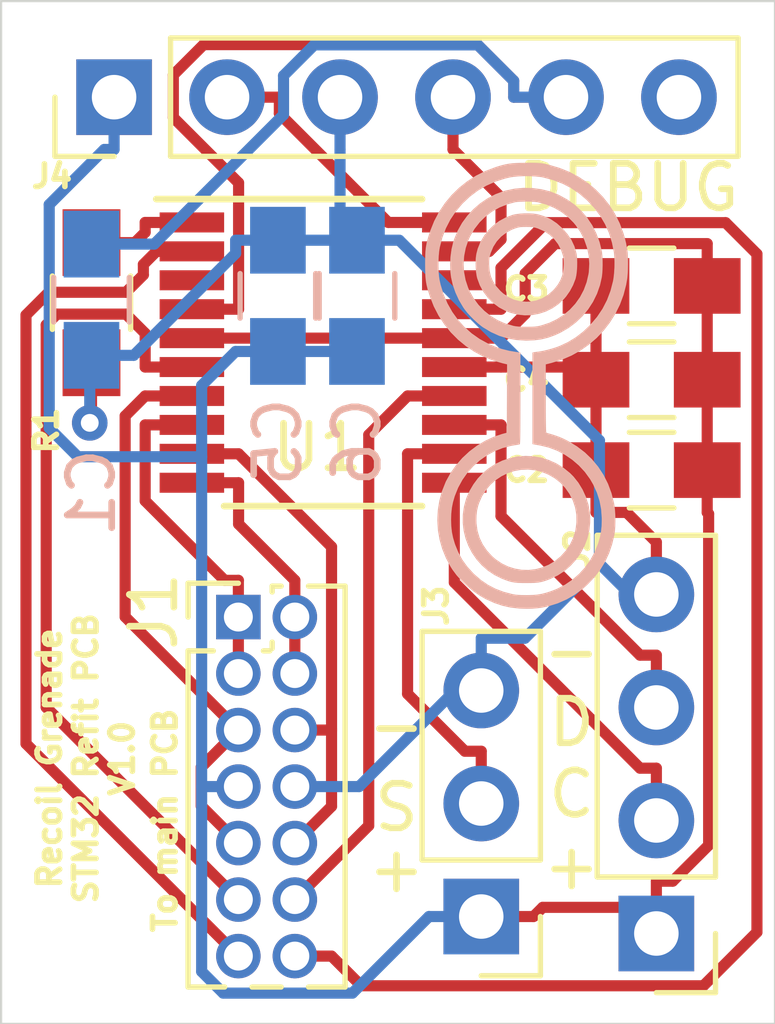
<source format=kicad_pcb>
(kicad_pcb (version 20171130) (host pcbnew "(6.0.0-rc1-dev-1538-g72c885797)")

  (general
    (thickness 1.6)
    (drawings 9)
    (tracks 170)
    (zones 0)
    (modules 13)
    (nets 20)
  )

  (page A4)
  (layers
    (0 F.Cu signal)
    (31 B.Cu signal)
    (32 B.Adhes user)
    (33 F.Adhes user)
    (34 B.Paste user)
    (35 F.Paste user)
    (36 B.SilkS user)
    (37 F.SilkS user)
    (38 B.Mask user)
    (39 F.Mask user)
    (40 Dwgs.User user hide)
    (41 Cmts.User user hide)
    (42 Eco1.User user hide)
    (43 Eco2.User user hide)
    (44 Edge.Cuts user)
    (45 Margin user)
    (46 B.CrtYd user hide)
    (47 F.CrtYd user hide)
    (48 B.Fab user hide)
    (49 F.Fab user hide)
  )

  (setup
    (last_trace_width 0.25)
    (trace_clearance 0.2)
    (zone_clearance 0.508)
    (zone_45_only no)
    (trace_min 0.2)
    (via_size 0.8)
    (via_drill 0.4)
    (via_min_size 0.4)
    (via_min_drill 0.3)
    (uvia_size 0.3)
    (uvia_drill 0.1)
    (uvias_allowed no)
    (uvia_min_size 0.2)
    (uvia_min_drill 0.1)
    (edge_width 0.05)
    (segment_width 0.2)
    (pcb_text_width 0.3)
    (pcb_text_size 1.5 1.5)
    (mod_edge_width 0.12)
    (mod_text_size 1 1)
    (mod_text_width 0.15)
    (pad_size 1.524 1.524)
    (pad_drill 0.762)
    (pad_to_mask_clearance 0.051)
    (solder_mask_min_width 0.25)
    (aux_axis_origin 0 0)
    (visible_elements FFFFFF7F)
    (pcbplotparams
      (layerselection 0x010fc_ffffffff)
      (usegerberextensions false)
      (usegerberattributes false)
      (usegerberadvancedattributes false)
      (creategerberjobfile false)
      (excludeedgelayer true)
      (linewidth 0.100000)
      (plotframeref false)
      (viasonmask false)
      (mode 1)
      (useauxorigin false)
      (hpglpennumber 1)
      (hpglpenspeed 20)
      (hpglpendiameter 15.000000)
      (psnegative false)
      (psa4output false)
      (plotreference true)
      (plotvalue true)
      (plotinvisibletext false)
      (padsonsilk false)
      (subtractmaskfromsilk false)
      (outputformat 1)
      (mirror false)
      (drillshape 1)
      (scaleselection 1)
      (outputdirectory ""))
  )

  (net 0 "")
  (net 1 -BATT)
  (net 2 /NRST)
  (net 3 +VSW)
  (net 4 /PWR_EN)
  (net 5 /BTN_IN)
  (net 6 /PWR_LED)
  (net 7 /IR_MOD_OUT)
  (net 8 /SPI_SCK)
  (net 9 /SPI_MOSI)
  (net 10 /IR_IN)
  (net 11 /SWCLK)
  (net 12 /SWDIO)
  (net 13 /PA10)
  (net 14 "Net-(R1-Pad2)")
  (net 15 /LED1_2_EN)
  (net 16 /LED3_4_EN)
  (net 17 /LED6_8_EN)
  (net 18 /LED5_7_EN)
  (net 19 /PA0)

  (net_class Default "This is the default net class."
    (clearance 0.2)
    (trace_width 0.25)
    (via_dia 0.8)
    (via_drill 0.4)
    (uvia_dia 0.3)
    (uvia_drill 0.1)
    (add_net +VSW)
    (add_net -BATT)
    (add_net /BTN_IN)
    (add_net /IR_IN)
    (add_net /IR_MOD_OUT)
    (add_net /LED1_2_EN)
    (add_net /LED3_4_EN)
    (add_net /LED5_7_EN)
    (add_net /LED6_8_EN)
    (add_net /NRST)
    (add_net /PA0)
    (add_net /PA10)
    (add_net /PWR_EN)
    (add_net /PWR_LED)
    (add_net /SPI_MOSI)
    (add_net /SPI_SCK)
    (add_net /SWCLK)
    (add_net /SWDIO)
    (add_net "Net-(R1-Pad2)")
  )

  (module Pin_Headers:Pin_Header_Straight_2x07_Pitch1.27mm (layer F.Cu) (tedit 59650536) (tstamp 5CCB902F)
    (at 83.439 61.595)
    (descr "Through hole straight pin header, 2x07, 1.27mm pitch, double rows")
    (tags "Through hole pin header THT 2x07 1.27mm double row")
    (path /5CCF6246)
    (fp_text reference J1 (at -1.905 -0.127 90) (layer F.SilkS)
      (effects (font (size 1 1) (thickness 0.15)))
    )
    (fp_text value ORIG_MCU_PINOUT (at 0.635 9.315) (layer F.Fab)
      (effects (font (size 1 1) (thickness 0.15)))
    )
    (fp_line (start -0.2175 -0.635) (end 2.34 -0.635) (layer F.Fab) (width 0.1))
    (fp_line (start 2.34 -0.635) (end 2.34 8.255) (layer F.Fab) (width 0.1))
    (fp_line (start 2.34 8.255) (end -1.07 8.255) (layer F.Fab) (width 0.1))
    (fp_line (start -1.07 8.255) (end -1.07 0.2175) (layer F.Fab) (width 0.1))
    (fp_line (start -1.07 0.2175) (end -0.2175 -0.635) (layer F.Fab) (width 0.1))
    (fp_line (start -1.13 8.315) (end -0.30753 8.315) (layer F.SilkS) (width 0.12))
    (fp_line (start 1.57753 8.315) (end 2.4 8.315) (layer F.SilkS) (width 0.12))
    (fp_line (start 0.30753 8.315) (end 0.96247 8.315) (layer F.SilkS) (width 0.12))
    (fp_line (start -1.13 0.76) (end -1.13 8.315) (layer F.SilkS) (width 0.12))
    (fp_line (start 2.4 -0.695) (end 2.4 8.315) (layer F.SilkS) (width 0.12))
    (fp_line (start -1.13 0.76) (end -0.563471 0.76) (layer F.SilkS) (width 0.12))
    (fp_line (start 0.563471 0.76) (end 0.706529 0.76) (layer F.SilkS) (width 0.12))
    (fp_line (start 0.76 0.706529) (end 0.76 0.563471) (layer F.SilkS) (width 0.12))
    (fp_line (start 0.76 -0.563471) (end 0.76 -0.695) (layer F.SilkS) (width 0.12))
    (fp_line (start 0.76 -0.695) (end 0.96247 -0.695) (layer F.SilkS) (width 0.12))
    (fp_line (start 1.57753 -0.695) (end 2.4 -0.695) (layer F.SilkS) (width 0.12))
    (fp_line (start -1.13 0) (end -1.13 -0.76) (layer F.SilkS) (width 0.12))
    (fp_line (start -1.13 -0.76) (end 0 -0.76) (layer F.SilkS) (width 0.12))
    (fp_line (start -1.6 -1.15) (end -1.6 8.8) (layer F.CrtYd) (width 0.05))
    (fp_line (start -1.6 8.8) (end 2.85 8.8) (layer F.CrtYd) (width 0.05))
    (fp_line (start 2.85 8.8) (end 2.85 -1.15) (layer F.CrtYd) (width 0.05))
    (fp_line (start 2.85 -1.15) (end -1.6 -1.15) (layer F.CrtYd) (width 0.05))
    (fp_text user %R (at 0.635 3.81 90) (layer F.Fab)
      (effects (font (size 1 1) (thickness 0.15)))
    )
    (pad 1 thru_hole rect (at 0 0) (size 1 1) (drill 0.65) (layers *.Cu *.Mask)
      (net 15 /LED1_2_EN))
    (pad 2 thru_hole oval (at 1.27 0) (size 1 1) (drill 0.65) (layers *.Cu *.Mask)
      (net 17 /LED6_8_EN))
    (pad 3 thru_hole oval (at 0 1.27) (size 1 1) (drill 0.65) (layers *.Cu *.Mask)
      (net 15 /LED1_2_EN))
    (pad 4 thru_hole oval (at 1.27 1.27) (size 1 1) (drill 0.65) (layers *.Cu *.Mask)
      (net 17 /LED6_8_EN))
    (pad 5 thru_hole oval (at 0 2.54) (size 1 1) (drill 0.65) (layers *.Cu *.Mask)
      (net 16 /LED3_4_EN))
    (pad 6 thru_hole oval (at 1.27 2.54) (size 1 1) (drill 0.65) (layers *.Cu *.Mask)
      (net 18 /LED5_7_EN))
    (pad 7 thru_hole oval (at 0 3.81) (size 1 1) (drill 0.65) (layers *.Cu *.Mask)
      (net 3 +VSW))
    (pad 8 thru_hole oval (at 1.27 3.81) (size 1 1) (drill 0.65) (layers *.Cu *.Mask)
      (net 1 -BATT))
    (pad 9 thru_hole oval (at 0 5.08) (size 1 1) (drill 0.65) (layers *.Cu *.Mask)
      (net 16 /LED3_4_EN))
    (pad 10 thru_hole oval (at 1.27 5.08) (size 1 1) (drill 0.65) (layers *.Cu *.Mask)
      (net 18 /LED5_7_EN))
    (pad 11 thru_hole oval (at 0 6.35) (size 1 1) (drill 0.65) (layers *.Cu *.Mask)
      (net 4 /PWR_EN))
    (pad 12 thru_hole oval (at 1.27 6.35) (size 1 1) (drill 0.65) (layers *.Cu *.Mask)
      (net 7 /IR_MOD_OUT))
    (pad 13 thru_hole oval (at 0 7.62) (size 1 1) (drill 0.65) (layers *.Cu *.Mask)
      (net 5 /BTN_IN))
    (pad 14 thru_hole oval (at 1.27 7.62) (size 1 1) (drill 0.65) (layers *.Cu *.Mask)
      (net 6 /PWR_LED))
    (model ${KISYS3DMOD}/Pin_Headers.3dshapes/Pin_Header_Straight_2x07_Pitch1.27mm.wrl
      (at (xyz 0 0 0))
      (scale (xyz 1 1 1))
      (rotate (xyz 0 0 0))
    )
  )

  (module Housings_SSOP:TSSOP-20_4.4x6.5mm_Pitch0.65mm (layer F.Cu) (tedit 54130A77) (tstamp 5CCBCDBC)
    (at 85.344 55.6514)
    (descr "20-Lead Plastic Thin Shrink Small Outline (ST)-4.4 mm Body [TSSOP] (see Microchip Packaging Specification 00000049BS.pdf)")
    (tags "SSOP 0.65")
    (path /5CCB6E94)
    (attr smd)
    (fp_text reference U1 (at -0.127 2.1336) (layer F.SilkS)
      (effects (font (size 1 1) (thickness 0.15)))
    )
    (fp_text value STM32F030F4Px (at 0 4.3) (layer F.Fab)
      (effects (font (size 1 1) (thickness 0.15)))
    )
    (fp_line (start -1.2 -3.25) (end 2.2 -3.25) (layer F.Fab) (width 0.15))
    (fp_line (start 2.2 -3.25) (end 2.2 3.25) (layer F.Fab) (width 0.15))
    (fp_line (start 2.2 3.25) (end -2.2 3.25) (layer F.Fab) (width 0.15))
    (fp_line (start -2.2 3.25) (end -2.2 -2.25) (layer F.Fab) (width 0.15))
    (fp_line (start -2.2 -2.25) (end -1.2 -3.25) (layer F.Fab) (width 0.15))
    (fp_line (start -3.95 -3.55) (end -3.95 3.55) (layer F.CrtYd) (width 0.05))
    (fp_line (start 3.95 -3.55) (end 3.95 3.55) (layer F.CrtYd) (width 0.05))
    (fp_line (start -3.95 -3.55) (end 3.95 -3.55) (layer F.CrtYd) (width 0.05))
    (fp_line (start -3.95 3.55) (end 3.95 3.55) (layer F.CrtYd) (width 0.05))
    (fp_line (start -2.225 3.45) (end 2.225 3.45) (layer F.SilkS) (width 0.15))
    (fp_line (start -3.75 -3.45) (end 2.225 -3.45) (layer F.SilkS) (width 0.15))
    (fp_text user %R (at 0 0) (layer F.Fab)
      (effects (font (size 0.8 0.8) (thickness 0.15)))
    )
    (pad 1 smd rect (at -2.95 -2.925) (size 1.45 0.45) (layers F.Cu F.Paste F.Mask)
      (net 14 "Net-(R1-Pad2)"))
    (pad 2 smd rect (at -2.95 -2.275) (size 1.45 0.45) (layers F.Cu F.Paste F.Mask)
      (net 5 /BTN_IN))
    (pad 3 smd rect (at -2.95 -1.625) (size 1.45 0.45) (layers F.Cu F.Paste F.Mask)
      (net 19 /PA0))
    (pad 4 smd rect (at -2.95 -0.975) (size 1.45 0.45) (layers F.Cu F.Paste F.Mask)
      (net 2 /NRST))
    (pad 5 smd rect (at -2.95 -0.325) (size 1.45 0.45) (layers F.Cu F.Paste F.Mask)
      (net 3 +VSW))
    (pad 6 smd rect (at -2.95 0.325) (size 1.45 0.45) (layers F.Cu F.Paste F.Mask)
      (net 4 /PWR_EN))
    (pad 7 smd rect (at -2.95 0.975) (size 1.45 0.45) (layers F.Cu F.Paste F.Mask)
      (net 16 /LED3_4_EN))
    (pad 8 smd rect (at -2.95 1.625) (size 1.45 0.45) (layers F.Cu F.Paste F.Mask)
      (net 15 /LED1_2_EN))
    (pad 9 smd rect (at -2.95 2.275) (size 1.45 0.45) (layers F.Cu F.Paste F.Mask)
      (net 18 /LED5_7_EN))
    (pad 10 smd rect (at -2.95 2.925) (size 1.45 0.45) (layers F.Cu F.Paste F.Mask)
      (net 17 /LED6_8_EN))
    (pad 11 smd rect (at 2.95 2.925) (size 1.45 0.45) (layers F.Cu F.Paste F.Mask)
      (net 8 /SPI_SCK))
    (pad 12 smd rect (at 2.95 2.275) (size 1.45 0.45) (layers F.Cu F.Paste F.Mask)
      (net 10 /IR_IN))
    (pad 13 smd rect (at 2.95 1.625) (size 1.45 0.45) (layers F.Cu F.Paste F.Mask)
      (net 9 /SPI_MOSI))
    (pad 14 smd rect (at 2.95 0.975) (size 1.45 0.45) (layers F.Cu F.Paste F.Mask)
      (net 7 /IR_MOD_OUT))
    (pad 15 smd rect (at 2.95 0.325) (size 1.45 0.45) (layers F.Cu F.Paste F.Mask)
      (net 1 -BATT))
    (pad 16 smd rect (at 2.95 -0.325) (size 1.45 0.45) (layers F.Cu F.Paste F.Mask)
      (net 3 +VSW))
    (pad 17 smd rect (at 2.95 -0.975) (size 1.45 0.45) (layers F.Cu F.Paste F.Mask)
      (net 6 /PWR_LED))
    (pad 18 smd rect (at 2.95 -1.625) (size 1.45 0.45) (layers F.Cu F.Paste F.Mask)
      (net 13 /PA10))
    (pad 19 smd rect (at 2.95 -2.275) (size 1.45 0.45) (layers F.Cu F.Paste F.Mask)
      (net 12 /SWDIO))
    (pad 20 smd rect (at 2.95 -2.925) (size 1.45 0.45) (layers F.Cu F.Paste F.Mask)
      (net 11 /SWCLK))
    (model ${KISYS3DMOD}/Housings_SSOP.3dshapes/TSSOP-20_4.4x6.5mm_Pitch0.65mm.wrl
      (at (xyz 0 0 0))
      (scale (xyz 1 1 1))
      (rotate (xyz 0 0 0))
    )
  )

  (module Resistors_SMD:R_0805_HandSoldering (layer F.Cu) (tedit 58E0A804) (tstamp 5CCBE351)
    (at 80.137 54.53 90)
    (descr "Resistor SMD 0805, hand soldering")
    (tags "resistor 0805")
    (path /5CCBF341)
    (attr smd)
    (fp_text reference R1 (at -2.874 -1.016 90) (layer F.SilkS)
      (effects (font (size 0.508 0.508) (thickness 0.127)))
    )
    (fp_text value 10k (at 0 1.75 90) (layer F.Fab)
      (effects (font (size 1 1) (thickness 0.15)))
    )
    (fp_text user %R (at 0 0 90) (layer F.Fab)
      (effects (font (size 0.5 0.5) (thickness 0.075)))
    )
    (fp_line (start -1 0.62) (end -1 -0.62) (layer F.Fab) (width 0.1))
    (fp_line (start 1 0.62) (end -1 0.62) (layer F.Fab) (width 0.1))
    (fp_line (start 1 -0.62) (end 1 0.62) (layer F.Fab) (width 0.1))
    (fp_line (start -1 -0.62) (end 1 -0.62) (layer F.Fab) (width 0.1))
    (fp_line (start 0.6 0.88) (end -0.6 0.88) (layer F.SilkS) (width 0.12))
    (fp_line (start -0.6 -0.88) (end 0.6 -0.88) (layer F.SilkS) (width 0.12))
    (fp_line (start -2.35 -0.9) (end 2.35 -0.9) (layer F.CrtYd) (width 0.05))
    (fp_line (start -2.35 -0.9) (end -2.35 0.9) (layer F.CrtYd) (width 0.05))
    (fp_line (start 2.35 0.9) (end 2.35 -0.9) (layer F.CrtYd) (width 0.05))
    (fp_line (start 2.35 0.9) (end -2.35 0.9) (layer F.CrtYd) (width 0.05))
    (pad 1 smd rect (at -1.35 0 90) (size 1.5 1.3) (layers F.Cu F.Paste F.Mask)
      (net 1 -BATT))
    (pad 2 smd rect (at 1.35 0 90) (size 1.5 1.3) (layers F.Cu F.Paste F.Mask)
      (net 14 "Net-(R1-Pad2)"))
    (model ${KISYS3DMOD}/Resistors_SMD.3dshapes/R_0805.wrl
      (at (xyz 0 0 0))
      (scale (xyz 1 1 1))
      (rotate (xyz 0 0 0))
    )
  )

  (module Pin_Headers:Pin_Header_Straight_1x06_Pitch2.54mm (layer F.Cu) (tedit 59650532) (tstamp 5CCB865C)
    (at 80.645 49.911 90)
    (descr "Through hole straight pin header, 1x06, 2.54mm pitch, single row")
    (tags "Through hole pin header THT 1x06 2.54mm single row")
    (path /5CCC6B31)
    (fp_text reference J4 (at -1.778 -1.397 180) (layer F.SilkS)
      (effects (font (size 0.508 0.508) (thickness 0.127)))
    )
    (fp_text value DEBUG (at 0 15.03 90) (layer F.Fab)
      (effects (font (size 1 1) (thickness 0.15)))
    )
    (fp_line (start -0.635 -1.27) (end 1.27 -1.27) (layer F.Fab) (width 0.1))
    (fp_line (start 1.27 -1.27) (end 1.27 13.97) (layer F.Fab) (width 0.1))
    (fp_line (start 1.27 13.97) (end -1.27 13.97) (layer F.Fab) (width 0.1))
    (fp_line (start -1.27 13.97) (end -1.27 -0.635) (layer F.Fab) (width 0.1))
    (fp_line (start -1.27 -0.635) (end -0.635 -1.27) (layer F.Fab) (width 0.1))
    (fp_line (start -1.33 14.03) (end 1.33 14.03) (layer F.SilkS) (width 0.12))
    (fp_line (start -1.33 1.27) (end -1.33 14.03) (layer F.SilkS) (width 0.12))
    (fp_line (start 1.33 1.27) (end 1.33 14.03) (layer F.SilkS) (width 0.12))
    (fp_line (start -1.33 1.27) (end 1.33 1.27) (layer F.SilkS) (width 0.12))
    (fp_line (start -1.33 0) (end -1.33 -1.33) (layer F.SilkS) (width 0.12))
    (fp_line (start -1.33 -1.33) (end 0 -1.33) (layer F.SilkS) (width 0.12))
    (fp_line (start -1.8 -1.8) (end -1.8 14.5) (layer F.CrtYd) (width 0.05))
    (fp_line (start -1.8 14.5) (end 1.8 14.5) (layer F.CrtYd) (width 0.05))
    (fp_line (start 1.8 14.5) (end 1.8 -1.8) (layer F.CrtYd) (width 0.05))
    (fp_line (start 1.8 -1.8) (end -1.8 -1.8) (layer F.CrtYd) (width 0.05))
    (fp_text user %R (at 0 6.35 180) (layer F.Fab)
      (effects (font (size 1 1) (thickness 0.15)))
    )
    (pad 1 thru_hole rect (at 0 0 90) (size 1.7 1.7) (drill 1) (layers *.Cu *.Mask)
      (net 3 +VSW))
    (pad 2 thru_hole oval (at 0 2.54 90) (size 1.7 1.7) (drill 1) (layers *.Cu *.Mask)
      (net 11 /SWCLK))
    (pad 3 thru_hole oval (at 0 5.08 90) (size 1.7 1.7) (drill 1) (layers *.Cu *.Mask)
      (net 1 -BATT))
    (pad 4 thru_hole oval (at 0 7.62 90) (size 1.7 1.7) (drill 1) (layers *.Cu *.Mask)
      (net 12 /SWDIO))
    (pad 5 thru_hole oval (at 0 10.16 90) (size 1.7 1.7) (drill 1) (layers *.Cu *.Mask)
      (net 2 /NRST))
    (pad 6 thru_hole oval (at 0 12.7 90) (size 1.7 1.7) (drill 1) (layers *.Cu *.Mask))
    (model ${KISYS3DMOD}/Pin_Headers.3dshapes/Pin_Header_Straight_1x06_Pitch2.54mm.wrl
      (at (xyz 0 0 0))
      (scale (xyz 1 1 1))
      (rotate (xyz 0 0 0))
    )
  )

  (module Pin_Headers:Pin_Header_Straight_1x03_Pitch2.54mm (layer F.Cu) (tedit 59650532) (tstamp 5CCB92F3)
    (at 88.9 68.326 180)
    (descr "Through hole straight pin header, 1x03, 2.54mm pitch, single row")
    (tags "Through hole pin header THT 1x03 2.54mm single row")
    (path /5CCC96A1)
    (fp_text reference J3 (at 1.016 6.985 270) (layer F.SilkS)
      (effects (font (size 0.508 0.508) (thickness 0.127)))
    )
    (fp_text value IR_RX (at 0 7.41 180) (layer F.Fab)
      (effects (font (size 1 1) (thickness 0.15)))
    )
    (fp_line (start -0.635 -1.27) (end 1.27 -1.27) (layer F.Fab) (width 0.1))
    (fp_line (start 1.27 -1.27) (end 1.27 6.35) (layer F.Fab) (width 0.1))
    (fp_line (start 1.27 6.35) (end -1.27 6.35) (layer F.Fab) (width 0.1))
    (fp_line (start -1.27 6.35) (end -1.27 -0.635) (layer F.Fab) (width 0.1))
    (fp_line (start -1.27 -0.635) (end -0.635 -1.27) (layer F.Fab) (width 0.1))
    (fp_line (start -1.33 6.41) (end 1.33 6.41) (layer F.SilkS) (width 0.12))
    (fp_line (start -1.33 1.27) (end -1.33 6.41) (layer F.SilkS) (width 0.12))
    (fp_line (start 1.33 1.27) (end 1.33 6.41) (layer F.SilkS) (width 0.12))
    (fp_line (start -1.33 1.27) (end 1.33 1.27) (layer F.SilkS) (width 0.12))
    (fp_line (start -1.33 0) (end -1.33 -1.33) (layer F.SilkS) (width 0.12))
    (fp_line (start -1.33 -1.33) (end 0 -1.33) (layer F.SilkS) (width 0.12))
    (fp_line (start -1.8 -1.8) (end -1.8 6.85) (layer F.CrtYd) (width 0.05))
    (fp_line (start -1.8 6.85) (end 1.8 6.85) (layer F.CrtYd) (width 0.05))
    (fp_line (start 1.8 6.85) (end 1.8 -1.8) (layer F.CrtYd) (width 0.05))
    (fp_line (start 1.8 -1.8) (end -1.8 -1.8) (layer F.CrtYd) (width 0.05))
    (fp_text user %R (at 0 2.54 270) (layer F.Fab)
      (effects (font (size 1 1) (thickness 0.15)))
    )
    (pad 1 thru_hole rect (at 0 0 180) (size 1.7 1.7) (drill 1) (layers *.Cu *.Mask)
      (net 3 +VSW))
    (pad 2 thru_hole oval (at 0 2.54 180) (size 1.7 1.7) (drill 1) (layers *.Cu *.Mask)
      (net 10 /IR_IN))
    (pad 3 thru_hole oval (at 0 5.08 180) (size 1.7 1.7) (drill 1) (layers *.Cu *.Mask)
      (net 1 -BATT))
    (model ${KISYS3DMOD}/Pin_Headers.3dshapes/Pin_Header_Straight_1x03_Pitch2.54mm.wrl
      (at (xyz 0 0 0))
      (scale (xyz 1 1 1))
      (rotate (xyz 0 0 0))
    )
  )

  (module Pin_Headers:Pin_Header_Straight_1x04_Pitch2.54mm (layer F.Cu) (tedit 59650532) (tstamp 5CCB87AD)
    (at 92.837 68.707 180)
    (descr "Through hole straight pin header, 1x04, 2.54mm pitch, single row")
    (tags "Through hole pin header THT 1x04 2.54mm single row")
    (path /5CCCA467)
    (fp_text reference J2 (at 1.778 8.636 270) (layer F.SilkS)
      (effects (font (size 0.508 0.508) (thickness 0.127)))
    )
    (fp_text value APA102 (at 0 9.95 180) (layer F.Fab)
      (effects (font (size 1 1) (thickness 0.15)))
    )
    (fp_line (start -0.635 -1.27) (end 1.27 -1.27) (layer F.Fab) (width 0.1))
    (fp_line (start 1.27 -1.27) (end 1.27 8.89) (layer F.Fab) (width 0.1))
    (fp_line (start 1.27 8.89) (end -1.27 8.89) (layer F.Fab) (width 0.1))
    (fp_line (start -1.27 8.89) (end -1.27 -0.635) (layer F.Fab) (width 0.1))
    (fp_line (start -1.27 -0.635) (end -0.635 -1.27) (layer F.Fab) (width 0.1))
    (fp_line (start -1.33 8.95) (end 1.33 8.95) (layer F.SilkS) (width 0.12))
    (fp_line (start -1.33 1.27) (end -1.33 8.95) (layer F.SilkS) (width 0.12))
    (fp_line (start 1.33 1.27) (end 1.33 8.95) (layer F.SilkS) (width 0.12))
    (fp_line (start -1.33 1.27) (end 1.33 1.27) (layer F.SilkS) (width 0.12))
    (fp_line (start -1.33 0) (end -1.33 -1.33) (layer F.SilkS) (width 0.12))
    (fp_line (start -1.33 -1.33) (end 0 -1.33) (layer F.SilkS) (width 0.12))
    (fp_line (start -1.8 -1.8) (end -1.8 9.4) (layer F.CrtYd) (width 0.05))
    (fp_line (start -1.8 9.4) (end 1.8 9.4) (layer F.CrtYd) (width 0.05))
    (fp_line (start 1.8 9.4) (end 1.8 -1.8) (layer F.CrtYd) (width 0.05))
    (fp_line (start 1.8 -1.8) (end -1.8 -1.8) (layer F.CrtYd) (width 0.05))
    (fp_text user %R (at 0 3.81 270) (layer F.Fab)
      (effects (font (size 1 1) (thickness 0.15)))
    )
    (pad 1 thru_hole rect (at 0 0 180) (size 1.7 1.7) (drill 1) (layers *.Cu *.Mask)
      (net 3 +VSW))
    (pad 2 thru_hole oval (at 0 2.54 180) (size 1.7 1.7) (drill 1) (layers *.Cu *.Mask)
      (net 8 /SPI_SCK))
    (pad 3 thru_hole oval (at 0 5.08 180) (size 1.7 1.7) (drill 1) (layers *.Cu *.Mask)
      (net 9 /SPI_MOSI))
    (pad 4 thru_hole oval (at 0 7.62 180) (size 1.7 1.7) (drill 1) (layers *.Cu *.Mask)
      (net 1 -BATT))
    (model ${KISYS3DMOD}/Pin_Headers.3dshapes/Pin_Header_Straight_1x04_Pitch2.54mm.wrl
      (at (xyz 0 0 0))
      (scale (xyz 1 1 1))
      (rotate (xyz 0 0 0))
    )
  )

  (module Capacitors_SMD:C_0805_HandSoldering (layer B.Cu) (tedit 58AA84A8) (tstamp 5CCBDB98)
    (at 86.106 54.376 270)
    (descr "Capacitor SMD 0805, hand soldering")
    (tags "capacitor 0805")
    (path /5CCBACB4)
    (attr smd)
    (fp_text reference C6 (at 3.282 0 270) (layer B.SilkS)
      (effects (font (size 1 1) (thickness 0.15)) (justify mirror))
    )
    (fp_text value 10nF (at 0 -1.75 270) (layer B.Fab)
      (effects (font (size 1 1) (thickness 0.15)) (justify mirror))
    )
    (fp_text user %R (at 0 1.75 270) (layer B.Fab)
      (effects (font (size 1 1) (thickness 0.15)) (justify mirror))
    )
    (fp_line (start -1 -0.62) (end -1 0.62) (layer B.Fab) (width 0.1))
    (fp_line (start 1 -0.62) (end -1 -0.62) (layer B.Fab) (width 0.1))
    (fp_line (start 1 0.62) (end 1 -0.62) (layer B.Fab) (width 0.1))
    (fp_line (start -1 0.62) (end 1 0.62) (layer B.Fab) (width 0.1))
    (fp_line (start 0.5 0.85) (end -0.5 0.85) (layer B.SilkS) (width 0.12))
    (fp_line (start -0.5 -0.85) (end 0.5 -0.85) (layer B.SilkS) (width 0.12))
    (fp_line (start -2.25 0.88) (end 2.25 0.88) (layer B.CrtYd) (width 0.05))
    (fp_line (start -2.25 0.88) (end -2.25 -0.87) (layer B.CrtYd) (width 0.05))
    (fp_line (start 2.25 -0.87) (end 2.25 0.88) (layer B.CrtYd) (width 0.05))
    (fp_line (start 2.25 -0.87) (end -2.25 -0.87) (layer B.CrtYd) (width 0.05))
    (pad 1 smd rect (at -1.25 0 270) (size 1.5 1.25) (layers B.Cu B.Paste B.Mask)
      (net 1 -BATT))
    (pad 2 smd rect (at 1.25 0 270) (size 1.5 1.25) (layers B.Cu B.Paste B.Mask)
      (net 3 +VSW))
    (model Capacitors_SMD.3dshapes/C_0805.wrl
      (at (xyz 0 0 0))
      (scale (xyz 1 1 1))
      (rotate (xyz 0 0 0))
    )
  )

  (module Capacitors_SMD:C_0805_HandSoldering (layer B.Cu) (tedit 58AA84A8) (tstamp 5CCBDC39)
    (at 84.328 54.376 270)
    (descr "Capacitor SMD 0805, hand soldering")
    (tags "capacitor 0805")
    (path /5CCBB00A)
    (attr smd)
    (fp_text reference C5 (at 3.282 0 270) (layer B.SilkS)
      (effects (font (size 1 1) (thickness 0.15)) (justify mirror))
    )
    (fp_text value 1uF (at 0 -1.75 270) (layer B.Fab)
      (effects (font (size 1 1) (thickness 0.15)) (justify mirror))
    )
    (fp_text user %R (at 0 1.75 270) (layer B.Fab)
      (effects (font (size 1 1) (thickness 0.15)) (justify mirror))
    )
    (fp_line (start -1 -0.62) (end -1 0.62) (layer B.Fab) (width 0.1))
    (fp_line (start 1 -0.62) (end -1 -0.62) (layer B.Fab) (width 0.1))
    (fp_line (start 1 0.62) (end 1 -0.62) (layer B.Fab) (width 0.1))
    (fp_line (start -1 0.62) (end 1 0.62) (layer B.Fab) (width 0.1))
    (fp_line (start 0.5 0.85) (end -0.5 0.85) (layer B.SilkS) (width 0.12))
    (fp_line (start -0.5 -0.85) (end 0.5 -0.85) (layer B.SilkS) (width 0.12))
    (fp_line (start -2.25 0.88) (end 2.25 0.88) (layer B.CrtYd) (width 0.05))
    (fp_line (start -2.25 0.88) (end -2.25 -0.87) (layer B.CrtYd) (width 0.05))
    (fp_line (start 2.25 -0.87) (end 2.25 0.88) (layer B.CrtYd) (width 0.05))
    (fp_line (start 2.25 -0.87) (end -2.25 -0.87) (layer B.CrtYd) (width 0.05))
    (pad 1 smd rect (at -1.25 0 270) (size 1.5 1.25) (layers B.Cu B.Paste B.Mask)
      (net 1 -BATT))
    (pad 2 smd rect (at 1.25 0 270) (size 1.5 1.25) (layers B.Cu B.Paste B.Mask)
      (net 3 +VSW))
    (model Capacitors_SMD.3dshapes/C_0805.wrl
      (at (xyz 0 0 0))
      (scale (xyz 1 1 1))
      (rotate (xyz 0 0 0))
    )
  )

  (module Capacitors_SMD:C_0805_HandSoldering (layer F.Cu) (tedit 58AA84A8) (tstamp 5CCBD948)
    (at 92.73 56.261 180)
    (descr "Capacitor SMD 0805, hand soldering")
    (tags "capacitor 0805")
    (path /5CCB99CD)
    (attr smd)
    (fp_text reference C4 (at 2.814 0 180) (layer F.SilkS)
      (effects (font (size 0.508 0.508) (thickness 0.127)))
    )
    (fp_text value 100nF (at 0 1.75 180) (layer F.Fab)
      (effects (font (size 1 1) (thickness 0.15)))
    )
    (fp_text user %R (at 0 -1.75 180) (layer F.Fab)
      (effects (font (size 1 1) (thickness 0.15)))
    )
    (fp_line (start -1 0.62) (end -1 -0.62) (layer F.Fab) (width 0.1))
    (fp_line (start 1 0.62) (end -1 0.62) (layer F.Fab) (width 0.1))
    (fp_line (start 1 -0.62) (end 1 0.62) (layer F.Fab) (width 0.1))
    (fp_line (start -1 -0.62) (end 1 -0.62) (layer F.Fab) (width 0.1))
    (fp_line (start 0.5 -0.85) (end -0.5 -0.85) (layer F.SilkS) (width 0.12))
    (fp_line (start -0.5 0.85) (end 0.5 0.85) (layer F.SilkS) (width 0.12))
    (fp_line (start -2.25 -0.88) (end 2.25 -0.88) (layer F.CrtYd) (width 0.05))
    (fp_line (start -2.25 -0.88) (end -2.25 0.87) (layer F.CrtYd) (width 0.05))
    (fp_line (start 2.25 0.87) (end 2.25 -0.88) (layer F.CrtYd) (width 0.05))
    (fp_line (start 2.25 0.87) (end -2.25 0.87) (layer F.CrtYd) (width 0.05))
    (pad 1 smd rect (at -1.25 0 180) (size 1.5 1.25) (layers F.Cu F.Paste F.Mask)
      (net 3 +VSW))
    (pad 2 smd rect (at 1.25 0 180) (size 1.5 1.25) (layers F.Cu F.Paste F.Mask)
      (net 1 -BATT))
    (model Capacitors_SMD.3dshapes/C_0805.wrl
      (at (xyz 0 0 0))
      (scale (xyz 1 1 1))
      (rotate (xyz 0 0 0))
    )
  )

  (module Capacitors_SMD:C_0805_HandSoldering (layer F.Cu) (tedit 58AA84A8) (tstamp 5CCBD918)
    (at 92.73 54.1528 180)
    (descr "Capacitor SMD 0805, hand soldering")
    (tags "capacitor 0805")
    (path /5CCBA80D)
    (attr smd)
    (fp_text reference C3 (at 2.814 -0.0762 180) (layer F.SilkS)
      (effects (font (size 0.508 0.508) (thickness 0.127)))
    )
    (fp_text value 100nF (at 0 1.75 180) (layer F.Fab)
      (effects (font (size 1 1) (thickness 0.15)))
    )
    (fp_text user %R (at 0 -1.75 180) (layer F.Fab)
      (effects (font (size 1 1) (thickness 0.15)))
    )
    (fp_line (start -1 0.62) (end -1 -0.62) (layer F.Fab) (width 0.1))
    (fp_line (start 1 0.62) (end -1 0.62) (layer F.Fab) (width 0.1))
    (fp_line (start 1 -0.62) (end 1 0.62) (layer F.Fab) (width 0.1))
    (fp_line (start -1 -0.62) (end 1 -0.62) (layer F.Fab) (width 0.1))
    (fp_line (start 0.5 -0.85) (end -0.5 -0.85) (layer F.SilkS) (width 0.12))
    (fp_line (start -0.5 0.85) (end 0.5 0.85) (layer F.SilkS) (width 0.12))
    (fp_line (start -2.25 -0.88) (end 2.25 -0.88) (layer F.CrtYd) (width 0.05))
    (fp_line (start -2.25 -0.88) (end -2.25 0.87) (layer F.CrtYd) (width 0.05))
    (fp_line (start 2.25 0.87) (end 2.25 -0.88) (layer F.CrtYd) (width 0.05))
    (fp_line (start 2.25 0.87) (end -2.25 0.87) (layer F.CrtYd) (width 0.05))
    (pad 1 smd rect (at -1.25 0 180) (size 1.5 1.25) (layers F.Cu F.Paste F.Mask)
      (net 3 +VSW))
    (pad 2 smd rect (at 1.25 0 180) (size 1.5 1.25) (layers F.Cu F.Paste F.Mask)
      (net 1 -BATT))
    (model Capacitors_SMD.3dshapes/C_0805.wrl
      (at (xyz 0 0 0))
      (scale (xyz 1 1 1))
      (rotate (xyz 0 0 0))
    )
  )

  (module Capacitors_SMD:C_0805_HandSoldering (layer F.Cu) (tedit 58AA84A8) (tstamp 5CCBD978)
    (at 92.73 58.293 180)
    (descr "Capacitor SMD 0805, hand soldering")
    (tags "capacitor 0805")
    (path /5CCBAA2C)
    (attr smd)
    (fp_text reference C2 (at 2.814 0 180) (layer F.SilkS)
      (effects (font (size 0.508 0.508) (thickness 0.127)))
    )
    (fp_text value 4.7uF (at 0 1.75 180) (layer F.Fab)
      (effects (font (size 1 1) (thickness 0.15)))
    )
    (fp_text user %R (at 0 -1.75 180) (layer F.Fab)
      (effects (font (size 1 1) (thickness 0.15)))
    )
    (fp_line (start -1 0.62) (end -1 -0.62) (layer F.Fab) (width 0.1))
    (fp_line (start 1 0.62) (end -1 0.62) (layer F.Fab) (width 0.1))
    (fp_line (start 1 -0.62) (end 1 0.62) (layer F.Fab) (width 0.1))
    (fp_line (start -1 -0.62) (end 1 -0.62) (layer F.Fab) (width 0.1))
    (fp_line (start 0.5 -0.85) (end -0.5 -0.85) (layer F.SilkS) (width 0.12))
    (fp_line (start -0.5 0.85) (end 0.5 0.85) (layer F.SilkS) (width 0.12))
    (fp_line (start -2.25 -0.88) (end 2.25 -0.88) (layer F.CrtYd) (width 0.05))
    (fp_line (start -2.25 -0.88) (end -2.25 0.87) (layer F.CrtYd) (width 0.05))
    (fp_line (start 2.25 0.87) (end 2.25 -0.88) (layer F.CrtYd) (width 0.05))
    (fp_line (start 2.25 0.87) (end -2.25 0.87) (layer F.CrtYd) (width 0.05))
    (pad 1 smd rect (at -1.25 0 180) (size 1.5 1.25) (layers F.Cu F.Paste F.Mask)
      (net 3 +VSW))
    (pad 2 smd rect (at 1.25 0 180) (size 1.5 1.25) (layers F.Cu F.Paste F.Mask)
      (net 1 -BATT))
    (model Capacitors_SMD.3dshapes/C_0805.wrl
      (at (xyz 0 0 0))
      (scale (xyz 1 1 1))
      (rotate (xyz 0 0 0))
    )
  )

  (module Capacitors_SMD:C_0805_HandSoldering (layer B.Cu) (tedit 58AA84A8) (tstamp 5CCBE07B)
    (at 80.137 54.463 90)
    (descr "Capacitor SMD 0805, hand soldering")
    (tags "capacitor 0805")
    (path /5CCBC41D)
    (attr smd)
    (fp_text reference C1 (at -4.338 0 90) (layer B.SilkS)
      (effects (font (size 1 1) (thickness 0.15)) (justify mirror))
    )
    (fp_text value 0.1uF (at 0 -1.75 90) (layer B.Fab)
      (effects (font (size 1 1) (thickness 0.15)) (justify mirror))
    )
    (fp_text user %R (at 0 1.75 90) (layer B.Fab)
      (effects (font (size 1 1) (thickness 0.15)) (justify mirror))
    )
    (fp_line (start -1 -0.62) (end -1 0.62) (layer B.Fab) (width 0.1))
    (fp_line (start 1 -0.62) (end -1 -0.62) (layer B.Fab) (width 0.1))
    (fp_line (start 1 0.62) (end 1 -0.62) (layer B.Fab) (width 0.1))
    (fp_line (start -1 0.62) (end 1 0.62) (layer B.Fab) (width 0.1))
    (fp_line (start 0.5 0.85) (end -0.5 0.85) (layer B.SilkS) (width 0.12))
    (fp_line (start -0.5 -0.85) (end 0.5 -0.85) (layer B.SilkS) (width 0.12))
    (fp_line (start -2.25 0.88) (end 2.25 0.88) (layer B.CrtYd) (width 0.05))
    (fp_line (start -2.25 0.88) (end -2.25 -0.87) (layer B.CrtYd) (width 0.05))
    (fp_line (start 2.25 -0.87) (end 2.25 0.88) (layer B.CrtYd) (width 0.05))
    (fp_line (start 2.25 -0.87) (end -2.25 -0.87) (layer B.CrtYd) (width 0.05))
    (pad 1 smd rect (at -1.25 0 90) (size 1.5 1.25) (layers B.Cu B.Paste B.Mask)
      (net 1 -BATT))
    (pad 2 smd rect (at 1.25 0 90) (size 1.5 1.25) (layers B.Cu B.Paste B.Mask)
      (net 2 /NRST))
    (model Capacitors_SMD.3dshapes/C_0805.wrl
      (at (xyz 0 0 0))
      (scale (xyz 1 1 1))
      (rotate (xyz 0 0 0))
    )
  )

  (module izzy:izzylogo-10mmwide (layer B.Cu) (tedit 0) (tstamp 5CCBE751)
    (at 89.916 56.388 270)
    (fp_text reference G*** (at 0 0 270) (layer B.SilkS) hide
      (effects (font (size 1.524 1.524) (thickness 0.3)) (justify mirror))
    )
    (fp_text value LOGO (at 0.75 0 270) (layer B.SilkS) hide
      (effects (font (size 1.524 1.524) (thickness 0.3)) (justify mirror))
    )
    (fp_poly (pts (xy -2.655689 1.136995) (xy -2.550569 1.128777) (xy -2.456465 1.114438) (xy -2.407081 1.102527)
      (xy -2.248867 1.043831) (xy -2.102733 0.963801) (xy -1.970573 0.864258) (xy -1.85428 0.747023)
      (xy -1.755749 0.613919) (xy -1.676875 0.466765) (xy -1.635912 0.361047) (xy -1.594978 0.199011)
      (xy -1.578113 0.035421) (xy -1.584584 -0.127212) (xy -1.613655 -0.286376) (xy -1.664591 -0.439561)
      (xy -1.736659 -0.584254) (xy -1.829125 -0.717946) (xy -1.941252 -0.838125) (xy -2.00192 -0.890336)
      (xy -2.12204 -0.97415) (xy -2.254185 -1.044753) (xy -2.388811 -1.097145) (xy -2.407137 -1.10269)
      (xy -2.476696 -1.1177) (xy -2.563732 -1.128595) (xy -2.660683 -1.135144) (xy -2.759988 -1.137113)
      (xy -2.854087 -1.134268) (xy -2.935417 -1.126377) (xy -2.970723 -1.120077) (xy -3.122294 -1.075198)
      (xy -3.263829 -1.008901) (xy -3.397471 -0.919973) (xy -3.525363 -0.807199) (xy -3.52813 -0.804439)
      (xy -3.638726 -0.680472) (xy -3.725809 -0.552299) (xy -3.791185 -0.416647) (xy -3.836661 -0.270244)
      (xy -3.845618 -0.229165) (xy -3.85714 -0.145597) (xy -3.862248 -0.048192) (xy -3.861767 0)
      (xy -3.565015 0) (xy -3.564388 -0.070736) (xy -3.561819 -0.123772) (xy -3.556275 -0.166727)
      (xy -3.54672 -0.207222) (xy -3.532123 -0.252876) (xy -3.529804 -0.259579) (xy -3.468828 -0.398386)
      (xy -3.388632 -0.521268) (xy -3.290588 -0.626993) (xy -3.176064 -0.71433) (xy -3.04643 -0.782045)
      (xy -2.903057 -0.828906) (xy -2.894713 -0.830874) (xy -2.818268 -0.84184) (xy -2.727546 -0.844452)
      (xy -2.632023 -0.839166) (xy -2.541177 -0.826439) (xy -2.476658 -0.81072) (xy -2.365284 -0.768158)
      (xy -2.26566 -0.711819) (xy -2.170868 -0.637401) (xy -2.120005 -0.588941) (xy -2.024434 -0.476177)
      (xy -1.952379 -0.354002) (xy -1.903879 -0.222512) (xy -1.878976 -0.081808) (xy -1.875353 0)
      (xy -1.887019 0.145666) (xy -1.922101 0.281736) (xy -1.98072 0.408504) (xy -2.063 0.526267)
      (xy -2.120552 0.589495) (xy -2.22744 0.684469) (xy -2.33724 0.755684) (xy -2.453682 0.804702)
      (xy -2.580495 0.833088) (xy -2.721407 0.842406) (xy -2.723691 0.842408) (xy -2.793395 0.841561)
      (xy -2.846913 0.838108) (xy -2.893361 0.830746) (xy -2.941856 0.81817) (xy -2.982513 0.805365)
      (xy -3.117484 0.74823) (xy -3.238466 0.670538) (xy -3.343976 0.573772) (xy -3.432528 0.459413)
      (xy -3.502635 0.328942) (xy -3.529804 0.259579) (xy -3.545132 0.212696) (xy -3.555283 0.171961)
      (xy -3.56129 0.129756) (xy -3.564186 0.07846) (xy -3.565007 0.010452) (xy -3.565015 0)
      (xy -3.861767 0) (xy -3.861216 0.055063) (xy -3.854315 0.15618) (xy -3.84182 0.247173)
      (xy -3.827206 0.309919) (xy -3.767627 0.46917) (xy -3.688314 0.613684) (xy -3.587647 0.746064)
      (xy -3.499136 0.837105) (xy -3.366708 0.944506) (xy -3.223299 1.029554) (xy -3.070237 1.091554)
      (xy -2.952856 1.121927) (xy -2.865262 1.13387) (xy -2.763397 1.138793) (xy -2.655689 1.136995)) (layer B.SilkS) (width 0.01))
    (fp_poly (pts (xy 3.270039 1.40648) (xy 3.441751 1.364273) (xy 3.606727 1.30184) (xy 3.762898 1.220124)
      (xy 3.908191 1.120066) (xy 4.040537 1.002611) (xy 4.157864 0.868699) (xy 4.258103 0.719275)
      (xy 4.339182 0.55528) (xy 4.345321 0.540208) (xy 4.376353 0.459922) (xy 4.399734 0.390865)
      (xy 4.416513 0.326958) (xy 4.427741 0.262126) (xy 4.434466 0.190291) (xy 4.437737 0.105377)
      (xy 4.438605 0.001308) (xy 4.438605 0) (xy 4.437758 -0.104321) (xy 4.43452 -0.189417)
      (xy 4.42784 -0.261365) (xy 4.416669 -0.326242) (xy 4.399958 -0.390126) (xy 4.376657 -0.459091)
      (xy 4.345718 -0.539216) (xy 4.345321 -0.540208) (xy 4.266188 -0.70457) (xy 4.166706 -0.855892)
      (xy 4.049051 -0.99273) (xy 3.915402 -1.113638) (xy 3.767936 -1.217173) (xy 3.608831 -1.301889)
      (xy 3.440264 -1.366341) (xy 3.264415 -1.409085) (xy 3.083459 -1.428677) (xy 3.004644 -1.429623)
      (xy 2.94925 -1.428197) (xy 2.899201 -1.426084) (xy 2.863232 -1.423676) (xy 2.856708 -1.422982)
      (xy 2.680846 -1.389374) (xy 2.508721 -1.333902) (xy 2.344254 -1.258544) (xy 2.191362 -1.165277)
      (xy 2.053965 -1.056079) (xy 1.975571 -0.978309) (xy 1.855962 -0.830535) (xy 1.758447 -0.672703)
      (xy 1.683023 -0.506886) (xy 1.629687 -0.33516) (xy 1.598436 -0.159599) (xy 1.592181 -0.038632)
      (xy 1.887827 -0.038632) (xy 1.90491 -0.199039) (xy 1.940672 -0.342045) (xy 2.001928 -0.493963)
      (xy 2.083849 -0.635655) (xy 2.183815 -0.763242) (xy 2.299208 -0.872846) (xy 2.299302 -0.872922)
      (xy 2.440725 -0.972447) (xy 2.590062 -1.047998) (xy 2.746486 -1.099381) (xy 2.909173 -1.126405)
      (xy 3.077297 -1.128876) (xy 3.250034 -1.106602) (xy 3.276759 -1.101012) (xy 3.429729 -1.054548)
      (xy 3.575724 -0.984347) (xy 3.712898 -0.891483) (xy 3.8394 -0.777033) (xy 3.84661 -0.769502)
      (xy 3.95164 -0.641433) (xy 4.034782 -0.503001) (xy 4.096047 -0.356585) (xy 4.135444 -0.204568)
      (xy 4.152984 -0.049329) (xy 4.148677 0.106749) (xy 4.122534 0.261287) (xy 4.074565 0.411902)
      (xy 4.004779 0.556215) (xy 3.913188 0.691845) (xy 3.839957 0.776329) (xy 3.712422 0.892912)
      (xy 3.574599 0.98654) (xy 3.427163 1.056917) (xy 3.270785 1.103749) (xy 3.106139 1.126742)
      (xy 3.034065 1.129222) (xy 2.916592 1.125954) (xy 2.814111 1.114101) (xy 2.717305 1.092215)
      (xy 2.642924 1.068382) (xy 2.491417 1.001772) (xy 2.354249 0.915918) (xy 2.232519 0.813025)
      (xy 2.127325 0.695298) (xy 2.039765 0.564945) (xy 1.970937 0.424169) (xy 1.921939 0.275178)
      (xy 1.89387 0.120175) (xy 1.887827 -0.038632) (xy 1.592181 -0.038632) (xy 1.589267 0.017721)
      (xy 1.602177 0.194728) (xy 1.637162 0.369344) (xy 1.69422 0.539497) (xy 1.773348 0.703111)
      (xy 1.874543 0.858111) (xy 1.97845 0.982121) (xy 2.094617 1.090922) (xy 2.22876 1.190115)
      (xy 2.374067 1.275318) (xy 2.523724 1.342152) (xy 2.557248 1.354193) (xy 2.735195 1.402317)
      (xy 2.91469 1.426445) (xy 3.093662 1.427518) (xy 3.270039 1.40648)) (layer B.SilkS) (width 0.01))
    (fp_poly (pts (xy -2.533838 1.703487) (xy -2.432319 1.690619) (xy -2.261681 1.652085) (xy -2.08853 1.592478)
      (xy -1.919196 1.51447) (xy -1.760009 1.420732) (xy -1.708472 1.385142) (xy -1.634412 1.326343)
      (xy -1.553713 1.253075) (xy -1.47256 1.171685) (xy -1.397141 1.088518) (xy -1.333642 1.009923)
      (xy -1.308933 0.975268) (xy -1.201125 0.795485) (xy -1.11796 0.611728) (xy -1.058818 0.421995)
      (xy -1.023082 0.22428) (xy -1.010134 0.01658) (xy -1.010075 0.006334) (xy -1.016491 -0.171527)
      (xy -1.038025 -0.334811) (xy -1.076271 -0.490367) (xy -1.132821 -0.645043) (xy -1.190559 -0.769278)
      (xy -1.293833 -0.947021) (xy -1.416274 -1.109719) (xy -1.556036 -1.256) (xy -1.711273 -1.384495)
      (xy -1.880137 -1.493832) (xy -2.060784 -1.582643) (xy -2.251367 -1.649556) (xy -2.431385 -1.69018)
      (xy -2.507767 -1.699642) (xy -2.599568 -1.705784) (xy -2.699458 -1.708587) (xy -2.80011 -1.708034)
      (xy -2.894195 -1.704109) (xy -2.974384 -1.696793) (xy -3.008728 -1.691539) (xy -3.217134 -1.640832)
      (xy -3.413584 -1.568456) (xy -3.596925 -1.475299) (xy -3.766004 -1.36225) (xy -3.919669 -1.230198)
      (xy -4.056767 -1.080033) (xy -4.176145 -0.912644) (xy -4.276651 -0.728919) (xy -4.287776 -0.704967)
      (xy -4.356565 -0.524444) (xy -4.404107 -0.333603) (xy -4.430164 -0.136294) (xy -4.432467 -0.029943)
      (xy -4.134893 -0.029943) (xy -4.132886 -0.113635) (xy -4.128506 -0.18803) (xy -4.121751 -0.246225)
      (xy -4.119217 -0.259701) (xy -4.067111 -0.447224) (xy -3.994208 -0.622857) (xy -3.90156 -0.78488)
      (xy -3.790217 -0.931571) (xy -3.661231 -1.06121) (xy -3.597739 -1.113503) (xy -3.440458 -1.219815)
      (xy -3.273376 -1.303982) (xy -3.098746 -1.365414) (xy -2.918819 -1.403523) (xy -2.735845 -1.417721)
      (xy -2.552075 -1.407417) (xy -2.501708 -1.400212) (xy -2.317188 -1.357896) (xy -2.143138 -1.293243)
      (xy -1.981036 -1.207603) (xy -1.832358 -1.102327) (xy -1.698583 -0.978764) (xy -1.581188 -0.838264)
      (xy -1.48165 -0.682179) (xy -1.401446 -0.511857) (xy -1.346125 -0.344193) (xy -1.333338 -0.293365)
      (xy -1.324277 -0.247833) (xy -1.318285 -0.20118) (xy -1.314708 -0.146986) (xy -1.312889 -0.078833)
      (xy -1.312275 -0.012668) (xy -1.312791 0.085352) (xy -1.315743 0.163545) (xy -1.321497 0.227336)
      (xy -1.330419 0.28215) (xy -1.333023 0.294352) (xy -1.386266 0.476409) (xy -1.461698 0.647773)
      (xy -1.557849 0.806699) (xy -1.673249 0.951442) (xy -1.806427 1.080259) (xy -1.955915 1.191405)
      (xy -2.12024 1.283136) (xy -2.193802 1.315648) (xy -2.366283 1.372782) (xy -2.545124 1.406556)
      (xy -2.727184 1.417099) (xy -2.909321 1.404541) (xy -3.088396 1.36901) (xy -3.261268 1.310634)
      (xy -3.354018 1.268103) (xy -3.519422 1.170771) (xy -3.667606 1.055179) (xy -3.797809 0.922329)
      (xy -3.909273 0.77322) (xy -4.001237 0.608854) (xy -4.072944 0.430232) (xy -4.11919 0.259701)
      (xy -4.126674 0.207867) (xy -4.131787 0.137712) (xy -4.134526 0.05614) (xy -4.134893 -0.029943)
      (xy -4.432467 -0.029943) (xy -4.434495 0.063632) (xy -4.416859 0.262327) (xy -4.377017 0.45594)
      (xy -4.363241 0.504146) (xy -4.292967 0.693171) (xy -4.200711 0.871685) (xy -4.088293 1.037871)
      (xy -3.957529 1.189911) (xy -3.810239 1.325986) (xy -3.648239 1.44428) (xy -3.473348 1.542973)
      (xy -3.287383 1.620248) (xy -3.227837 1.63955) (xy -3.064926 1.678786) (xy -2.889504 1.702871)
      (xy -2.709749 1.711279) (xy -2.533838 1.703487)) (layer B.SilkS) (width 0.01))
    (fp_poly (pts (xy -2.60084 2.272447) (xy -2.497687 2.269472) (xy -2.408629 2.263495) (xy -2.328061 2.253684)
      (xy -2.250381 2.239206) (xy -2.169984 2.219228) (xy -2.081268 2.192917) (xy -1.995262 2.164996)
      (xy -1.775899 2.078951) (xy -1.568348 1.971449) (xy -1.373969 1.843978) (xy -1.194124 1.698028)
      (xy -1.030174 1.535086) (xy -0.88348 1.356641) (xy -0.755403 1.164183) (xy -0.647303 0.959199)
      (xy -0.560543 0.743178) (xy -0.498963 0.528396) (xy -0.476195 0.43053) (xy 0.295895 0.433794)
      (xy 1.067986 0.437057) (xy 1.096936 0.544738) (xy 1.162613 0.741309) (xy 1.251292 0.931369)
      (xy 1.360981 1.112573) (xy 1.489692 1.282578) (xy 1.635433 1.43904) (xy 1.796215 1.579614)
      (xy 1.970047 1.701957) (xy 2.154938 1.803724) (xy 2.173195 1.812325) (xy 2.381494 1.895395)
      (xy 2.594845 1.954214) (xy 2.811449 1.988922) (xy 3.029506 1.999661) (xy 3.247215 1.986572)
      (xy 3.462777 1.949796) (xy 3.674392 1.889473) (xy 3.880259 1.805746) (xy 4.078578 1.698754)
      (xy 4.142543 1.658046) (xy 4.267832 1.564622) (xy 4.393232 1.451617) (xy 4.514071 1.324328)
      (xy 4.625675 1.188054) (xy 4.723373 1.048094) (xy 4.80249 0.909747) (xy 4.8025 0.909726)
      (xy 4.885483 0.725882) (xy 4.946976 0.545086) (xy 4.988369 0.361442) (xy 5.01105 0.169052)
      (xy 5.016658 0) (xy 5.014287 -0.126369) (xy 5.006431 -0.237288) (xy 4.991978 -0.342264)
      (xy 4.969817 -0.450805) (xy 4.958417 -0.497857) (xy 4.893413 -0.705133) (xy 4.805067 -0.904631)
      (xy 4.694847 -1.093705) (xy 4.564221 -1.269713) (xy 4.473129 -1.371638) (xy 4.311146 -1.525592)
      (xy 4.141949 -1.656482) (xy 3.963117 -1.765618) (xy 3.772228 -1.854309) (xy 3.56686 -1.923867)
      (xy 3.363441 -1.972011) (xy 3.271003 -1.985143) (xy 3.161166 -1.993046) (xy 3.041312 -1.995784)
      (xy 2.918819 -1.993422) (xy 2.801067 -1.986026) (xy 2.695436 -1.973662) (xy 2.649866 -1.965715)
      (xy 2.42566 -1.908735) (xy 2.214011 -1.83) (xy 2.015785 -1.730178) (xy 1.831845 -1.609936)
      (xy 1.663056 -1.469939) (xy 1.510282 -1.310854) (xy 1.374387 -1.133349) (xy 1.256237 -0.93809)
      (xy 1.216601 -0.86026) (xy 1.188353 -0.80007) (xy 1.164099 -0.743275) (xy 1.141805 -0.68416)
      (xy 1.119438 -0.617011) (xy 1.094965 -0.536111) (xy 1.069382 -0.446559) (xy 1.063415 -0.443154)
      (xy 1.046525 -0.44024) (xy 1.017146 -0.437784) (xy 0.973712 -0.435754) (xy 0.914656 -0.434118)
      (xy 0.838413 -0.432844) (xy 0.743414 -0.4319) (xy 0.628095 -0.431254) (xy 0.490889 -0.430874)
      (xy 0.33023 -0.430727) (xy 0.294823 -0.430723) (xy -0.475289 -0.430723) (xy -0.511284 -0.571989)
      (xy -0.581427 -0.79721) (xy -0.673556 -1.011422) (xy -0.786278 -1.213377) (xy -0.918199 -1.401826)
      (xy -1.067923 -1.575519) (xy -1.234056 -1.733209) (xy -1.415204 -1.873646) (xy -1.609973 -1.995583)
      (xy -1.816968 -2.097769) (xy -2.034796 -2.178958) (xy -2.26206 -2.237899) (xy -2.397843 -2.261427)
      (xy -2.462339 -2.268285) (xy -2.543305 -2.27341) (xy -2.634652 -2.276756) (xy -2.730289 -2.278275)
      (xy -2.824126 -2.277922) (xy -2.910074 -2.27565) (xy -2.982043 -2.271413) (xy -3.027731 -2.266223)
      (xy -3.198488 -2.234712) (xy -3.35016 -2.197432) (xy -3.419858 -2.17647) (xy -3.644566 -2.091568)
      (xy -3.856062 -1.985599) (xy -4.053331 -1.859703) (xy -4.235357 -1.715023) (xy -4.401124 -1.552698)
      (xy -4.549615 -1.373871) (xy -4.679814 -1.179683) (xy -4.790707 -0.971275) (xy -4.881276 -0.749787)
      (xy -4.950505 -0.516361) (xy -4.968463 -0.437057) (xy -4.977979 -0.389104) (xy -4.985186 -0.344949)
      (xy -4.990389 -0.299902) (xy -4.993892 -0.249277) (xy -4.995999 -0.188385) (xy -4.997013 -0.112537)
      (xy -4.99724 -0.017045) (xy -4.997215 0.006334) (xy -4.996924 0.041241) (xy -4.706751 0.041241)
      (xy -4.705757 -0.086407) (xy -4.699168 -0.209015) (xy -4.686986 -0.319145) (xy -4.676166 -0.38005)
      (xy -4.617319 -0.601835) (xy -4.538445 -0.808576) (xy -4.438842 -1.00162) (xy -4.317803 -1.182314)
      (xy -4.174623 -1.352004) (xy -4.158712 -1.368784) (xy -3.991855 -1.525598) (xy -3.813413 -1.659879)
      (xy -3.623405 -1.771618) (xy -3.42185 -1.860805) (xy -3.208767 -1.92743) (xy -2.989726 -1.970686)
      (xy -2.889448 -1.980574) (xy -2.773177 -1.984515) (xy -2.649487 -1.982767) (xy -2.52695 -1.975588)
      (xy -2.414138 -1.963235) (xy -2.343641 -1.951261) (xy -2.122638 -1.89398) (xy -1.914852 -1.815122)
      (xy -1.719899 -1.714485) (xy -1.537393 -1.59187) (xy -1.366951 -1.447074) (xy -1.352269 -1.433025)
      (xy -1.204038 -1.276316) (xy -1.078366 -1.11352) (xy -0.972569 -0.940715) (xy -0.883963 -0.753979)
      (xy -0.878776 -0.741368) (xy -0.850199 -0.663711) (xy -0.821748 -0.573126) (xy -0.795573 -0.477714)
      (xy -0.773825 -0.385577) (xy -0.758653 -0.304817) (xy -0.754326 -0.272369) (xy -0.748861 -0.226149)
      (xy -0.743376 -0.186495) (xy -0.74019 -0.167855) (xy -0.734281 -0.139352) (xy 1.317023 -0.139352)
      (xy 1.322334 -0.167855) (xy 1.326843 -0.192717) (xy 1.334419 -0.235138) (xy 1.343743 -0.287723)
      (xy 1.348194 -0.312942) (xy 1.394618 -0.504513) (xy 1.464325 -0.68931) (xy 1.555673 -0.865109)
      (xy 1.667019 -1.029685) (xy 1.796721 -1.180811) (xy 1.943137 -1.316262) (xy 2.104624 -1.433814)
      (xy 2.228385 -1.505638) (xy 2.409685 -1.588395) (xy 2.593152 -1.647447) (xy 2.782703 -1.683747)
      (xy 2.982257 -1.698249) (xy 3.021396 -1.698619) (xy 3.165513 -1.694281) (xy 3.295259 -1.680262)
      (xy 3.420246 -1.655056) (xy 3.550085 -1.617158) (xy 3.557979 -1.614535) (xy 3.748426 -1.537828)
      (xy 3.926616 -1.439845) (xy 4.090953 -1.322181) (xy 4.239841 -1.186432) (xy 4.371684 -1.034191)
      (xy 4.484886 -0.867054) (xy 4.57785 -0.686615) (xy 4.635041 -0.538404) (xy 4.66711 -0.435307)
      (xy 4.690186 -0.343076) (xy 4.705532 -0.253549) (xy 4.714413 -0.158563) (xy 4.71809 -0.049956)
      (xy 4.718388 0) (xy 4.717173 0.102744) (xy 4.713263 0.185826) (xy 4.706258 0.254819)
      (xy 4.695795 0.315121) (xy 4.643013 0.515807) (xy 4.573148 0.699393) (xy 4.484625 0.868815)
      (xy 4.375867 1.02701) (xy 4.245299 1.176916) (xy 4.219047 1.203555) (xy 4.073935 1.334688)
      (xy 3.923017 1.44341) (xy 3.761617 1.532624) (xy 3.58506 1.605231) (xy 3.555495 1.615366)
      (xy 3.425106 1.653899) (xy 3.299379 1.679633) (xy 3.168839 1.694047) (xy 3.02401 1.698617)
      (xy 3.021396 1.698619) (xy 2.877762 1.694317) (xy 2.748462 1.680399) (xy 2.623824 1.655345)
      (xy 2.494174 1.617636) (xy 2.483611 1.614132) (xy 2.297026 1.539056) (xy 2.122061 1.443338)
      (xy 1.960302 1.328814) (xy 1.813338 1.197324) (xy 1.682754 1.050705) (xy 1.570139 0.890795)
      (xy 1.477079 0.719432) (xy 1.405162 0.538454) (xy 1.355975 0.349699) (xy 1.346808 0.297706)
      (xy 1.337919 0.242634) (xy 1.330134 0.196249) (xy 1.324506 0.164732) (xy 1.322516 0.155187)
      (xy 1.316888 0.152215) (xy 1.300776 0.149613) (xy 1.272812 0.147361) (xy 1.231628 0.145437)
      (xy 1.175853 0.143821) (xy 1.104121 0.142492) (xy 1.015062 0.141428) (xy 0.907307 0.140608)
      (xy 0.779488 0.140012) (xy 0.630237 0.139618) (xy 0.458184 0.139405) (xy 0.292545 0.139352)
      (xy -0.733211 0.139352) (xy -0.740956 0.199526) (xy -0.771778 0.386821) (xy -0.815018 0.559266)
      (xy -0.873116 0.725302) (xy -0.931376 0.858019) (xy -1.037739 1.052746) (xy -1.163762 1.232268)
      (xy -1.308115 1.395572) (xy -1.469467 1.541641) (xy -1.646486 1.669461) (xy -1.837841 1.778016)
      (xy -2.042203 1.866291) (xy -2.25824 1.933271) (xy -2.375312 1.959457) (xy -2.462312 1.971888)
      (xy -2.56707 1.979686) (xy -2.682446 1.982921) (xy -2.801301 1.981661) (xy -2.916495 1.975977)
      (xy -3.020891 1.965937) (xy -3.103741 1.952389) (xy -3.326339 1.893305) (xy -3.534264 1.813776)
      (xy -3.72846 1.713313) (xy -3.909869 1.591423) (xy -4.079435 1.447616) (xy -4.087476 1.439979)
      (xy -4.243976 1.274163) (xy -4.378174 1.096637) (xy -4.490437 0.90674) (xy -4.581135 0.703809)
      (xy -4.650635 0.487181) (xy -4.676166 0.38005) (xy -4.691955 0.281908) (xy -4.70215 0.166492)
      (xy -4.706751 0.041241) (xy -4.996924 0.041241) (xy -4.9962 0.128053) (xy -4.993013 0.230126)
      (xy -4.986859 0.318205) (xy -4.976946 0.397942) (xy -4.962481 0.47499) (xy -4.942669 0.555003)
      (xy -4.916719 0.643631) (xy -4.90057 0.694888) (xy -4.815706 0.91933) (xy -4.709478 1.131222)
      (xy -4.583109 1.32932) (xy -4.437827 1.512384) (xy -4.274856 1.679171) (xy -4.095422 1.828439)
      (xy -3.90075 1.958946) (xy -3.692066 2.069451) (xy -3.470595 2.158712) (xy -3.448957 2.166034)
      (xy -3.349579 2.198098) (xy -3.262989 2.223179) (xy -3.183601 2.242102) (xy -3.105835 2.255692)
      (xy -3.024107 2.264775) (xy -2.932834 2.270176) (xy -2.826433 2.27272) (xy -2.723691 2.273254)
      (xy -2.60084 2.272447)) (layer B.SilkS) (width 0.01))
  )

  (gr_text "Recoil Grenade\nSTM32 Refit PCB\nV1.0" (at 80.01 64.77 90) (layer F.SilkS)
    (effects (font (size 0.508 0.508) (thickness 0.127)))
  )
  (gr_text DEBUG (at 92.202 51.943) (layer F.SilkS)
    (effects (font (size 1 1) (thickness 0.15)))
  )
  (gr_text "To main PCB" (at 81.788 66.167 90) (layer F.SilkS)
    (effects (font (size 0.508 0.508) (thickness 0.127)))
  )
  (gr_text "-\nD\nC\n+" (at 90.932 64.77) (layer F.SilkS)
    (effects (font (size 1 1) (thickness 0.15)))
  )
  (gr_text "+\nS\n-" (at 86.995 65.786 180) (layer F.SilkS)
    (effects (font (size 1 1) (thickness 0.15)))
  )
  (gr_line (start 78.105 70.739) (end 78.105 47.752) (layer Edge.Cuts) (width 0.05) (tstamp 5CCBAA83))
  (gr_line (start 95.504 70.739) (end 78.105 70.739) (layer Edge.Cuts) (width 0.05))
  (gr_line (start 95.504 47.752) (end 95.504 70.739) (layer Edge.Cuts) (width 0.05))
  (gr_line (start 78.105 47.752) (end 95.504 47.752) (layer Edge.Cuts) (width 0.05))

  (segment (start 80.0978 57.2309) (end 80.0978 56.9945) (width 0.25) (layer F.Cu) (net 1))
  (segment (start 80.0978 56.9945) (end 80.137 56.9553) (width 0.25) (layer F.Cu) (net 1))
  (segment (start 80.6122 55.713) (end 80.0978 56.2274) (width 0.25) (layer B.Cu) (net 1))
  (segment (start 80.0978 56.2274) (end 80.0978 57.2309) (width 0.25) (layer B.Cu) (net 1))
  (segment (start 80.137 55.88) (end 80.137 56.9553) (width 0.25) (layer F.Cu) (net 1))
  (segment (start 80.6122 55.713) (end 81.0873 55.713) (width 0.25) (layer B.Cu) (net 1))
  (segment (start 80.137 55.713) (end 80.6122 55.713) (width 0.25) (layer B.Cu) (net 1))
  (segment (start 91.48 55.9764) (end 91.48 56.261) (width 0.25) (layer F.Cu) (net 1))
  (segment (start 91.48 54.1528) (end 91.48 55.9764) (width 0.25) (layer F.Cu) (net 1))
  (segment (start 91.48 55.9764) (end 89.3443 55.9764) (width 0.25) (layer F.Cu) (net 1))
  (segment (start 88.294 55.9764) (end 89.3443 55.9764) (width 0.25) (layer F.Cu) (net 1))
  (segment (start 88.9 62.6583) (end 86.1533 65.405) (width 0.25) (layer B.Cu) (net 1))
  (segment (start 86.1533 65.405) (end 84.709 65.405) (width 0.25) (layer B.Cu) (net 1))
  (segment (start 88.9 62.6583) (end 88.9 62.0707) (width 0.25) (layer B.Cu) (net 1))
  (segment (start 88.9 63.246) (end 88.9 62.6583) (width 0.25) (layer B.Cu) (net 1))
  (segment (start 91.5574 60.395) (end 89.8817 62.0707) (width 0.25) (layer B.Cu) (net 1))
  (segment (start 89.8817 62.0707) (end 88.9 62.0707) (width 0.25) (layer B.Cu) (net 1))
  (segment (start 87.0563 53.126) (end 91.5574 57.6271) (width 0.25) (layer B.Cu) (net 1))
  (segment (start 91.5574 57.6271) (end 91.5574 60.395) (width 0.25) (layer B.Cu) (net 1))
  (segment (start 92.2494 61.087) (end 91.5574 60.395) (width 0.25) (layer B.Cu) (net 1))
  (segment (start 86.106 53.126) (end 87.0563 53.126) (width 0.25) (layer B.Cu) (net 1))
  (segment (start 92.837 61.087) (end 92.2494 61.087) (width 0.25) (layer B.Cu) (net 1))
  (segment (start 85.725 53.126) (end 86.106 53.126) (width 0.25) (layer B.Cu) (net 1))
  (segment (start 84.328 53.126) (end 85.725 53.126) (width 0.25) (layer B.Cu) (net 1))
  (segment (start 85.725 53.126) (end 85.725 51.0863) (width 0.25) (layer B.Cu) (net 1))
  (segment (start 85.725 49.911) (end 85.725 51.0863) (width 0.25) (layer B.Cu) (net 1))
  (segment (start 83.8529 53.126) (end 84.328 53.126) (width 0.25) (layer B.Cu) (net 1))
  (segment (start 83.8529 53.126) (end 83.3777 53.126) (width 0.25) (layer B.Cu) (net 1))
  (segment (start 91.48 58.293) (end 91.48 59.2433) (width 0.25) (layer F.Cu) (net 1))
  (segment (start 91.48 59.2433) (end 92.1686 59.2433) (width 0.25) (layer F.Cu) (net 1))
  (segment (start 92.1686 59.2433) (end 92.837 59.9117) (width 0.25) (layer F.Cu) (net 1))
  (segment (start 91.48 58.293) (end 91.48 56.261) (width 0.25) (layer F.Cu) (net 1))
  (segment (start 92.837 61.087) (end 92.837 59.9117) (width 0.25) (layer F.Cu) (net 1))
  (segment (start 81.0873 55.713) (end 83.3777 53.4226) (width 0.25) (layer B.Cu) (net 1))
  (segment (start 83.3777 53.4226) (end 83.3777 53.126) (width 0.25) (layer B.Cu) (net 1))
  (via (at 80.0978 57.2309) (size 0.8) (layers F.Cu B.Cu) (net 1))
  (segment (start 82.394 54.6764) (end 83.4443 54.6764) (width 0.25) (layer F.Cu) (net 2))
  (segment (start 90.805 49.911) (end 89.6297 49.911) (width 0.25) (layer F.Cu) (net 2))
  (segment (start 89.6297 49.911) (end 89.6297 49.5437) (width 0.25) (layer F.Cu) (net 2))
  (segment (start 89.6297 49.5437) (end 88.8162 48.7302) (width 0.25) (layer F.Cu) (net 2))
  (segment (start 88.8162 48.7302) (end 82.6576 48.7302) (width 0.25) (layer F.Cu) (net 2))
  (segment (start 82.6576 48.7302) (end 81.9774 49.4104) (width 0.25) (layer F.Cu) (net 2))
  (segment (start 81.9774 49.4104) (end 81.9774 50.3692) (width 0.25) (layer F.Cu) (net 2))
  (segment (start 81.9774 50.3692) (end 83.4443 51.8361) (width 0.25) (layer F.Cu) (net 2))
  (segment (start 83.4443 51.8361) (end 83.4443 54.6764) (width 0.25) (layer F.Cu) (net 2))
  (segment (start 90.805 49.911) (end 89.6297 49.911) (width 0.25) (layer B.Cu) (net 2))
  (segment (start 80.137 53.213) (end 81.5472 53.213) (width 0.25) (layer B.Cu) (net 2))
  (segment (start 81.5472 53.213) (end 84.455 50.3052) (width 0.25) (layer B.Cu) (net 2))
  (segment (start 84.455 50.3052) (end 84.455 49.4268) (width 0.25) (layer B.Cu) (net 2))
  (segment (start 84.455 49.4268) (end 85.1461 48.7357) (width 0.25) (layer B.Cu) (net 2))
  (segment (start 85.1461 48.7357) (end 88.8218 48.7357) (width 0.25) (layer B.Cu) (net 2))
  (segment (start 88.8218 48.7357) (end 89.6297 49.5436) (width 0.25) (layer B.Cu) (net 2))
  (segment (start 89.6297 49.5436) (end 89.6297 49.911) (width 0.25) (layer B.Cu) (net 2))
  (segment (start 89.3443 55.3264) (end 89.888 54.7827) (width 0.25) (layer F.Cu) (net 3))
  (segment (start 89.888 54.7827) (end 89.888 53.8748) (width 0.25) (layer F.Cu) (net 3))
  (segment (start 89.888 53.8748) (end 90.5603 53.2025) (width 0.25) (layer F.Cu) (net 3))
  (segment (start 90.5603 53.2025) (end 93.98 53.2025) (width 0.25) (layer F.Cu) (net 3))
  (segment (start 88.294 55.3264) (end 82.394 55.3264) (width 0.25) (layer F.Cu) (net 3))
  (segment (start 88.8192 55.3264) (end 88.294 55.3264) (width 0.25) (layer F.Cu) (net 3))
  (segment (start 88.8192 55.3264) (end 89.3443 55.3264) (width 0.25) (layer F.Cu) (net 3))
  (segment (start 93.98 54.1528) (end 93.98 53.2025) (width 0.25) (layer F.Cu) (net 3))
  (segment (start 93.98 56.261) (end 93.98 54.1528) (width 0.25) (layer F.Cu) (net 3))
  (segment (start 82.6137 57.9918) (end 82.6137 56.39) (width 0.25) (layer B.Cu) (net 3))
  (segment (start 82.6137 56.39) (end 83.3777 55.626) (width 0.25) (layer B.Cu) (net 3))
  (segment (start 82.6137 65.405) (end 82.6137 57.9918) (width 0.25) (layer B.Cu) (net 3))
  (segment (start 82.6137 57.9918) (end 79.8292 57.9918) (width 0.25) (layer B.Cu) (net 3))
  (segment (start 79.8292 57.9918) (end 79.1866 57.3492) (width 0.25) (layer B.Cu) (net 3))
  (segment (start 79.1866 57.3492) (end 79.1866 52.3243) (width 0.25) (layer B.Cu) (net 3))
  (segment (start 79.1866 52.3243) (end 80.4246 51.0863) (width 0.25) (layer B.Cu) (net 3))
  (segment (start 80.4246 51.0863) (end 80.645 51.0863) (width 0.25) (layer B.Cu) (net 3))
  (segment (start 80.645 49.911) (end 80.645 51.0863) (width 0.25) (layer B.Cu) (net 3))
  (segment (start 84.328 55.626) (end 83.3777 55.626) (width 0.25) (layer B.Cu) (net 3))
  (segment (start 87.7247 68.326) (end 86.0035 70.0472) (width 0.25) (layer B.Cu) (net 3))
  (segment (start 86.0035 70.0472) (end 83.0986 70.0472) (width 0.25) (layer B.Cu) (net 3))
  (segment (start 83.0986 70.0472) (end 82.6137 69.5623) (width 0.25) (layer B.Cu) (net 3))
  (segment (start 82.6137 69.5623) (end 82.6137 65.405) (width 0.25) (layer B.Cu) (net 3))
  (segment (start 83.439 65.405) (end 82.6137 65.405) (width 0.25) (layer B.Cu) (net 3))
  (segment (start 88.9 68.326) (end 87.7247 68.326) (width 0.25) (layer B.Cu) (net 3))
  (segment (start 88.9 68.326) (end 90.0753 68.326) (width 0.25) (layer F.Cu) (net 3))
  (segment (start 92.837 68.1193) (end 90.282 68.1193) (width 0.25) (layer F.Cu) (net 3))
  (segment (start 90.282 68.1193) (end 90.0753 68.326) (width 0.25) (layer F.Cu) (net 3))
  (segment (start 92.837 68.1193) (end 92.837 67.5317) (width 0.25) (layer F.Cu) (net 3))
  (segment (start 92.837 68.707) (end 92.837 68.1193) (width 0.25) (layer F.Cu) (net 3))
  (segment (start 84.328 55.626) (end 86.106 55.626) (width 0.25) (layer B.Cu) (net 3))
  (segment (start 93.98 58.293) (end 93.98 59.2433) (width 0.25) (layer F.Cu) (net 3))
  (segment (start 93.98 59.2433) (end 94.0123 59.2756) (width 0.25) (layer F.Cu) (net 3))
  (segment (start 94.0123 59.2756) (end 94.0123 66.7238) (width 0.25) (layer F.Cu) (net 3))
  (segment (start 94.0123 66.7238) (end 93.2044 67.5317) (width 0.25) (layer F.Cu) (net 3))
  (segment (start 93.2044 67.5317) (end 92.837 67.5317) (width 0.25) (layer F.Cu) (net 3))
  (segment (start 93.98 58.293) (end 93.98 56.261) (width 0.25) (layer F.Cu) (net 3))
  (segment (start 82.394 55.9764) (end 81.3437 55.9764) (width 0.25) (layer F.Cu) (net 4))
  (segment (start 83.439 67.945) (end 79.1183 63.6243) (width 0.25) (layer F.Cu) (net 4))
  (segment (start 79.1183 63.6243) (end 79.1183 55.0293) (width 0.25) (layer F.Cu) (net 4))
  (segment (start 79.1183 55.0293) (end 79.3611 54.7865) (width 0.25) (layer F.Cu) (net 4))
  (segment (start 79.3611 54.7865) (end 80.9121 54.7865) (width 0.25) (layer F.Cu) (net 4))
  (segment (start 80.9121 54.7865) (end 81.3437 55.2181) (width 0.25) (layer F.Cu) (net 4))
  (segment (start 81.3437 55.2181) (end 81.3437 55.9764) (width 0.25) (layer F.Cu) (net 4))
  (segment (start 83.439 69.215) (end 78.6644 64.4404) (width 0.25) (layer F.Cu) (net 5))
  (segment (start 78.6644 64.4404) (end 78.6644 54.8079) (width 0.25) (layer F.Cu) (net 5))
  (segment (start 78.6644 54.8079) (end 79.1767 54.2956) (width 0.25) (layer F.Cu) (net 5))
  (segment (start 79.1767 54.2956) (end 80.9129 54.2956) (width 0.25) (layer F.Cu) (net 5))
  (segment (start 80.9129 54.2956) (end 81.3033 53.9052) (width 0.25) (layer F.Cu) (net 5))
  (segment (start 81.3033 53.9052) (end 81.3033 53.6707) (width 0.25) (layer F.Cu) (net 5))
  (segment (start 81.3033 53.6707) (end 81.5976 53.3764) (width 0.25) (layer F.Cu) (net 5))
  (segment (start 81.5976 53.3764) (end 82.394 53.3764) (width 0.25) (layer F.Cu) (net 5))
  (segment (start 89.3443 54.6764) (end 89.3443 53.7467) (width 0.25) (layer F.Cu) (net 6))
  (segment (start 89.3443 53.7467) (end 90.3598 52.7312) (width 0.25) (layer F.Cu) (net 6))
  (segment (start 90.3598 52.7312) (end 94.3941 52.7312) (width 0.25) (layer F.Cu) (net 6))
  (segment (start 94.3941 52.7312) (end 95.0985 53.4356) (width 0.25) (layer F.Cu) (net 6))
  (segment (start 95.0985 53.4356) (end 95.0985 68.6781) (width 0.25) (layer F.Cu) (net 6))
  (segment (start 95.0985 68.6781) (end 93.8943 69.8823) (width 0.25) (layer F.Cu) (net 6))
  (segment (start 93.8943 69.8823) (end 86.2016 69.8823) (width 0.25) (layer F.Cu) (net 6))
  (segment (start 86.2016 69.8823) (end 85.5343 69.215) (width 0.25) (layer F.Cu) (net 6))
  (segment (start 84.709 69.215) (end 85.5343 69.215) (width 0.25) (layer F.Cu) (net 6))
  (segment (start 88.294 54.6764) (end 89.3443 54.6764) (width 0.25) (layer F.Cu) (net 6))
  (segment (start 88.294 56.6264) (end 87.2437 56.6264) (width 0.25) (layer F.Cu) (net 7))
  (segment (start 84.709 67.945) (end 86.3706 66.2834) (width 0.25) (layer F.Cu) (net 7))
  (segment (start 86.3706 66.2834) (end 86.3706 57.4995) (width 0.25) (layer F.Cu) (net 7))
  (segment (start 86.3706 57.4995) (end 87.2437 56.6264) (width 0.25) (layer F.Cu) (net 7))
  (segment (start 92.837 66.167) (end 92.837 64.9917) (width 0.25) (layer F.Cu) (net 8))
  (segment (start 92.837 64.9917) (end 92.4696 64.9917) (width 0.25) (layer F.Cu) (net 8))
  (segment (start 92.4696 64.9917) (end 88.294 60.8161) (width 0.25) (layer F.Cu) (net 8))
  (segment (start 88.294 60.8161) (end 88.294 58.5764) (width 0.25) (layer F.Cu) (net 8))
  (segment (start 88.294 57.2764) (end 89.3443 57.2764) (width 0.25) (layer F.Cu) (net 9))
  (segment (start 92.837 63.627) (end 92.837 62.4517) (width 0.25) (layer F.Cu) (net 9))
  (segment (start 92.837 62.4517) (end 92.4697 62.4517) (width 0.25) (layer F.Cu) (net 9))
  (segment (start 92.4697 62.4517) (end 89.3443 59.3263) (width 0.25) (layer F.Cu) (net 9))
  (segment (start 89.3443 59.3263) (end 89.3443 57.2764) (width 0.25) (layer F.Cu) (net 9))
  (segment (start 88.9 64.6107) (end 88.5327 64.6107) (width 0.25) (layer F.Cu) (net 10))
  (segment (start 88.5327 64.6107) (end 87.2437 63.3217) (width 0.25) (layer F.Cu) (net 10))
  (segment (start 87.2437 63.3217) (end 87.2437 57.9264) (width 0.25) (layer F.Cu) (net 10))
  (segment (start 88.294 57.9264) (end 87.2437 57.9264) (width 0.25) (layer F.Cu) (net 10))
  (segment (start 88.9 65.786) (end 88.9 64.6107) (width 0.25) (layer F.Cu) (net 10))
  (segment (start 83.185 49.911) (end 84.3603 49.911) (width 0.25) (layer F.Cu) (net 11))
  (segment (start 84.3603 49.911) (end 84.3603 50.2783) (width 0.25) (layer F.Cu) (net 11))
  (segment (start 84.3603 50.2783) (end 86.8084 52.7264) (width 0.25) (layer F.Cu) (net 11))
  (segment (start 86.8084 52.7264) (end 88.294 52.7264) (width 0.25) (layer F.Cu) (net 11))
  (segment (start 88.265 49.911) (end 88.265 51.0863) (width 0.25) (layer F.Cu) (net 12))
  (segment (start 88.265 51.0863) (end 89.3444 52.1657) (width 0.25) (layer F.Cu) (net 12))
  (segment (start 89.3444 52.1657) (end 89.3444 53.1097) (width 0.25) (layer F.Cu) (net 12))
  (segment (start 89.3444 53.1097) (end 89.0777 53.3764) (width 0.25) (layer F.Cu) (net 12))
  (segment (start 89.0777 53.3764) (end 88.294 53.3764) (width 0.25) (layer F.Cu) (net 12))
  (segment (start 82.394 52.7264) (end 81.3437 52.7264) (width 0.25) (layer F.Cu) (net 14))
  (segment (start 80.137 53.18) (end 81.1123 53.18) (width 0.25) (layer F.Cu) (net 14))
  (segment (start 81.1123 53.18) (end 81.3437 52.9486) (width 0.25) (layer F.Cu) (net 14))
  (segment (start 81.3437 52.9486) (end 81.3437 52.7264) (width 0.25) (layer F.Cu) (net 14))
  (segment (start 82.394 57.2764) (end 81.3437 57.2764) (width 0.25) (layer F.Cu) (net 15))
  (segment (start 83.439 61.595) (end 83.439 60.7697) (width 0.25) (layer F.Cu) (net 15))
  (segment (start 83.439 60.7697) (end 83.1295 60.7697) (width 0.25) (layer F.Cu) (net 15))
  (segment (start 83.1295 60.7697) (end 81.3437 58.9839) (width 0.25) (layer F.Cu) (net 15))
  (segment (start 81.3437 58.9839) (end 81.3437 57.2764) (width 0.25) (layer F.Cu) (net 15))
  (segment (start 83.439 62.865) (end 83.439 61.595) (width 0.25) (layer F.Cu) (net 15))
  (segment (start 81.3437 56.6264) (end 80.8934 57.0767) (width 0.25) (layer F.Cu) (net 16))
  (segment (start 80.8934 57.0767) (end 80.8934 61.5894) (width 0.25) (layer F.Cu) (net 16))
  (segment (start 80.8934 61.5894) (end 83.439 64.135) (width 0.25) (layer F.Cu) (net 16))
  (segment (start 83.439 66.675) (end 82.6032 65.8392) (width 0.25) (layer F.Cu) (net 16))
  (segment (start 82.6032 65.8392) (end 82.6032 64.9708) (width 0.25) (layer F.Cu) (net 16))
  (segment (start 82.6032 64.9708) (end 83.439 64.135) (width 0.25) (layer F.Cu) (net 16))
  (segment (start 82.394 56.6264) (end 81.3437 56.6264) (width 0.25) (layer F.Cu) (net 16))
  (segment (start 82.394 58.5764) (end 83.4443 58.5764) (width 0.25) (layer F.Cu) (net 17))
  (segment (start 84.709 61.595) (end 84.709 60.7697) (width 0.25) (layer F.Cu) (net 17))
  (segment (start 84.709 60.7697) (end 83.4443 59.505) (width 0.25) (layer F.Cu) (net 17))
  (segment (start 83.4443 59.505) (end 83.4443 58.5764) (width 0.25) (layer F.Cu) (net 17))
  (segment (start 84.709 62.865) (end 84.709 61.595) (width 0.25) (layer F.Cu) (net 17))
  (segment (start 85.5343 64.135) (end 85.5343 60.0164) (width 0.25) (layer F.Cu) (net 18))
  (segment (start 85.5343 60.0164) (end 83.4443 57.9264) (width 0.25) (layer F.Cu) (net 18))
  (segment (start 84.709 66.675) (end 85.5343 65.8497) (width 0.25) (layer F.Cu) (net 18))
  (segment (start 85.5343 65.8497) (end 85.5343 64.135) (width 0.25) (layer F.Cu) (net 18))
  (segment (start 84.709 64.135) (end 85.5343 64.135) (width 0.25) (layer F.Cu) (net 18))
  (segment (start 82.394 57.9264) (end 83.4443 57.9264) (width 0.25) (layer F.Cu) (net 18))

)

</source>
